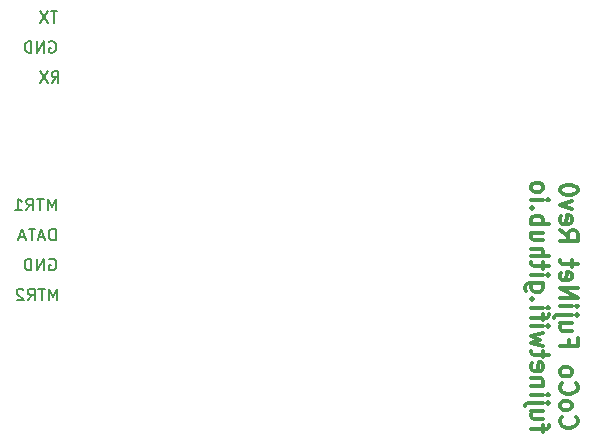
<source format=gbr>
%TF.GenerationSoftware,KiCad,Pcbnew,7.0.9*%
%TF.CreationDate,2024-01-11T23:07:38-06:00*%
%TF.ProjectId,CoCo-FujiNet-Rev0,436f436f-2d46-4756-9a69-4e65742d5265,rev?*%
%TF.SameCoordinates,Original*%
%TF.FileFunction,Legend,Bot*%
%TF.FilePolarity,Positive*%
%FSLAX46Y46*%
G04 Gerber Fmt 4.6, Leading zero omitted, Abs format (unit mm)*
G04 Created by KiCad (PCBNEW 7.0.9) date 2024-01-11 23:07:38*
%MOMM*%
%LPD*%
G01*
G04 APERTURE LIST*
%ADD10C,0.300000*%
%ADD11C,0.150000*%
G04 APERTURE END LIST*
D10*
X172048028Y-103718142D02*
X171976600Y-103789570D01*
X171976600Y-103789570D02*
X171905171Y-104003856D01*
X171905171Y-104003856D02*
X171905171Y-104146713D01*
X171905171Y-104146713D02*
X171976600Y-104360999D01*
X171976600Y-104360999D02*
X172119457Y-104503856D01*
X172119457Y-104503856D02*
X172262314Y-104575285D01*
X172262314Y-104575285D02*
X172548028Y-104646713D01*
X172548028Y-104646713D02*
X172762314Y-104646713D01*
X172762314Y-104646713D02*
X173048028Y-104575285D01*
X173048028Y-104575285D02*
X173190885Y-104503856D01*
X173190885Y-104503856D02*
X173333742Y-104360999D01*
X173333742Y-104360999D02*
X173405171Y-104146713D01*
X173405171Y-104146713D02*
X173405171Y-104003856D01*
X173405171Y-104003856D02*
X173333742Y-103789570D01*
X173333742Y-103789570D02*
X173262314Y-103718142D01*
X171905171Y-102860999D02*
X171976600Y-103003856D01*
X171976600Y-103003856D02*
X172048028Y-103075285D01*
X172048028Y-103075285D02*
X172190885Y-103146713D01*
X172190885Y-103146713D02*
X172619457Y-103146713D01*
X172619457Y-103146713D02*
X172762314Y-103075285D01*
X172762314Y-103075285D02*
X172833742Y-103003856D01*
X172833742Y-103003856D02*
X172905171Y-102860999D01*
X172905171Y-102860999D02*
X172905171Y-102646713D01*
X172905171Y-102646713D02*
X172833742Y-102503856D01*
X172833742Y-102503856D02*
X172762314Y-102432428D01*
X172762314Y-102432428D02*
X172619457Y-102360999D01*
X172619457Y-102360999D02*
X172190885Y-102360999D01*
X172190885Y-102360999D02*
X172048028Y-102432428D01*
X172048028Y-102432428D02*
X171976600Y-102503856D01*
X171976600Y-102503856D02*
X171905171Y-102646713D01*
X171905171Y-102646713D02*
X171905171Y-102860999D01*
X172048028Y-100860999D02*
X171976600Y-100932427D01*
X171976600Y-100932427D02*
X171905171Y-101146713D01*
X171905171Y-101146713D02*
X171905171Y-101289570D01*
X171905171Y-101289570D02*
X171976600Y-101503856D01*
X171976600Y-101503856D02*
X172119457Y-101646713D01*
X172119457Y-101646713D02*
X172262314Y-101718142D01*
X172262314Y-101718142D02*
X172548028Y-101789570D01*
X172548028Y-101789570D02*
X172762314Y-101789570D01*
X172762314Y-101789570D02*
X173048028Y-101718142D01*
X173048028Y-101718142D02*
X173190885Y-101646713D01*
X173190885Y-101646713D02*
X173333742Y-101503856D01*
X173333742Y-101503856D02*
X173405171Y-101289570D01*
X173405171Y-101289570D02*
X173405171Y-101146713D01*
X173405171Y-101146713D02*
X173333742Y-100932427D01*
X173333742Y-100932427D02*
X173262314Y-100860999D01*
X171905171Y-100003856D02*
X171976600Y-100146713D01*
X171976600Y-100146713D02*
X172048028Y-100218142D01*
X172048028Y-100218142D02*
X172190885Y-100289570D01*
X172190885Y-100289570D02*
X172619457Y-100289570D01*
X172619457Y-100289570D02*
X172762314Y-100218142D01*
X172762314Y-100218142D02*
X172833742Y-100146713D01*
X172833742Y-100146713D02*
X172905171Y-100003856D01*
X172905171Y-100003856D02*
X172905171Y-99789570D01*
X172905171Y-99789570D02*
X172833742Y-99646713D01*
X172833742Y-99646713D02*
X172762314Y-99575285D01*
X172762314Y-99575285D02*
X172619457Y-99503856D01*
X172619457Y-99503856D02*
X172190885Y-99503856D01*
X172190885Y-99503856D02*
X172048028Y-99575285D01*
X172048028Y-99575285D02*
X171976600Y-99646713D01*
X171976600Y-99646713D02*
X171905171Y-99789570D01*
X171905171Y-99789570D02*
X171905171Y-100003856D01*
X172690885Y-97218142D02*
X172690885Y-97718142D01*
X171905171Y-97718142D02*
X173405171Y-97718142D01*
X173405171Y-97718142D02*
X173405171Y-97003856D01*
X172905171Y-95789571D02*
X171905171Y-95789571D01*
X172905171Y-96432428D02*
X172119457Y-96432428D01*
X172119457Y-96432428D02*
X171976600Y-96360999D01*
X171976600Y-96360999D02*
X171905171Y-96218142D01*
X171905171Y-96218142D02*
X171905171Y-96003856D01*
X171905171Y-96003856D02*
X171976600Y-95860999D01*
X171976600Y-95860999D02*
X172048028Y-95789571D01*
X172905171Y-95075285D02*
X171619457Y-95075285D01*
X171619457Y-95075285D02*
X171476600Y-95146713D01*
X171476600Y-95146713D02*
X171405171Y-95289570D01*
X171405171Y-95289570D02*
X171405171Y-95360999D01*
X173405171Y-95075285D02*
X173333742Y-95146713D01*
X173333742Y-95146713D02*
X173262314Y-95075285D01*
X173262314Y-95075285D02*
X173333742Y-95003856D01*
X173333742Y-95003856D02*
X173405171Y-95075285D01*
X173405171Y-95075285D02*
X173262314Y-95075285D01*
X171905171Y-94360999D02*
X172905171Y-94360999D01*
X173405171Y-94360999D02*
X173333742Y-94432427D01*
X173333742Y-94432427D02*
X173262314Y-94360999D01*
X173262314Y-94360999D02*
X173333742Y-94289570D01*
X173333742Y-94289570D02*
X173405171Y-94360999D01*
X173405171Y-94360999D02*
X173262314Y-94360999D01*
X171905171Y-93646713D02*
X173405171Y-93646713D01*
X173405171Y-93646713D02*
X171905171Y-92789570D01*
X171905171Y-92789570D02*
X173405171Y-92789570D01*
X171976600Y-91503855D02*
X171905171Y-91646712D01*
X171905171Y-91646712D02*
X171905171Y-91932427D01*
X171905171Y-91932427D02*
X171976600Y-92075284D01*
X171976600Y-92075284D02*
X172119457Y-92146712D01*
X172119457Y-92146712D02*
X172690885Y-92146712D01*
X172690885Y-92146712D02*
X172833742Y-92075284D01*
X172833742Y-92075284D02*
X172905171Y-91932427D01*
X172905171Y-91932427D02*
X172905171Y-91646712D01*
X172905171Y-91646712D02*
X172833742Y-91503855D01*
X172833742Y-91503855D02*
X172690885Y-91432427D01*
X172690885Y-91432427D02*
X172548028Y-91432427D01*
X172548028Y-91432427D02*
X172405171Y-92146712D01*
X172905171Y-91003855D02*
X172905171Y-90432427D01*
X173405171Y-90789570D02*
X172119457Y-90789570D01*
X172119457Y-90789570D02*
X171976600Y-90718141D01*
X171976600Y-90718141D02*
X171905171Y-90575284D01*
X171905171Y-90575284D02*
X171905171Y-90432427D01*
X171905171Y-87932427D02*
X172619457Y-88432427D01*
X171905171Y-88789570D02*
X173405171Y-88789570D01*
X173405171Y-88789570D02*
X173405171Y-88218141D01*
X173405171Y-88218141D02*
X173333742Y-88075284D01*
X173333742Y-88075284D02*
X173262314Y-88003855D01*
X173262314Y-88003855D02*
X173119457Y-87932427D01*
X173119457Y-87932427D02*
X172905171Y-87932427D01*
X172905171Y-87932427D02*
X172762314Y-88003855D01*
X172762314Y-88003855D02*
X172690885Y-88075284D01*
X172690885Y-88075284D02*
X172619457Y-88218141D01*
X172619457Y-88218141D02*
X172619457Y-88789570D01*
X171976600Y-86718141D02*
X171905171Y-86860998D01*
X171905171Y-86860998D02*
X171905171Y-87146713D01*
X171905171Y-87146713D02*
X171976600Y-87289570D01*
X171976600Y-87289570D02*
X172119457Y-87360998D01*
X172119457Y-87360998D02*
X172690885Y-87360998D01*
X172690885Y-87360998D02*
X172833742Y-87289570D01*
X172833742Y-87289570D02*
X172905171Y-87146713D01*
X172905171Y-87146713D02*
X172905171Y-86860998D01*
X172905171Y-86860998D02*
X172833742Y-86718141D01*
X172833742Y-86718141D02*
X172690885Y-86646713D01*
X172690885Y-86646713D02*
X172548028Y-86646713D01*
X172548028Y-86646713D02*
X172405171Y-87360998D01*
X172905171Y-86146713D02*
X171905171Y-85789570D01*
X171905171Y-85789570D02*
X172905171Y-85432427D01*
X173405171Y-84575284D02*
X173405171Y-84432427D01*
X173405171Y-84432427D02*
X173333742Y-84289570D01*
X173333742Y-84289570D02*
X173262314Y-84218142D01*
X173262314Y-84218142D02*
X173119457Y-84146713D01*
X173119457Y-84146713D02*
X172833742Y-84075284D01*
X172833742Y-84075284D02*
X172476600Y-84075284D01*
X172476600Y-84075284D02*
X172190885Y-84146713D01*
X172190885Y-84146713D02*
X172048028Y-84218142D01*
X172048028Y-84218142D02*
X171976600Y-84289570D01*
X171976600Y-84289570D02*
X171905171Y-84432427D01*
X171905171Y-84432427D02*
X171905171Y-84575284D01*
X171905171Y-84575284D02*
X171976600Y-84718142D01*
X171976600Y-84718142D02*
X172048028Y-84789570D01*
X172048028Y-84789570D02*
X172190885Y-84860999D01*
X172190885Y-84860999D02*
X172476600Y-84932427D01*
X172476600Y-84932427D02*
X172833742Y-84932427D01*
X172833742Y-84932427D02*
X173119457Y-84860999D01*
X173119457Y-84860999D02*
X173262314Y-84789570D01*
X173262314Y-84789570D02*
X173333742Y-84718142D01*
X173333742Y-84718142D02*
X173405171Y-84575284D01*
X170490171Y-104968144D02*
X170490171Y-104396716D01*
X169490171Y-104753859D02*
X170775885Y-104753859D01*
X170775885Y-104753859D02*
X170918742Y-104682430D01*
X170918742Y-104682430D02*
X170990171Y-104539573D01*
X170990171Y-104539573D02*
X170990171Y-104396716D01*
X170490171Y-103253859D02*
X169490171Y-103253859D01*
X170490171Y-103896716D02*
X169704457Y-103896716D01*
X169704457Y-103896716D02*
X169561600Y-103825287D01*
X169561600Y-103825287D02*
X169490171Y-103682430D01*
X169490171Y-103682430D02*
X169490171Y-103468144D01*
X169490171Y-103468144D02*
X169561600Y-103325287D01*
X169561600Y-103325287D02*
X169633028Y-103253859D01*
X170490171Y-102539573D02*
X169204457Y-102539573D01*
X169204457Y-102539573D02*
X169061600Y-102611001D01*
X169061600Y-102611001D02*
X168990171Y-102753858D01*
X168990171Y-102753858D02*
X168990171Y-102825287D01*
X170990171Y-102539573D02*
X170918742Y-102611001D01*
X170918742Y-102611001D02*
X170847314Y-102539573D01*
X170847314Y-102539573D02*
X170918742Y-102468144D01*
X170918742Y-102468144D02*
X170990171Y-102539573D01*
X170990171Y-102539573D02*
X170847314Y-102539573D01*
X169490171Y-101825287D02*
X170490171Y-101825287D01*
X170990171Y-101825287D02*
X170918742Y-101896715D01*
X170918742Y-101896715D02*
X170847314Y-101825287D01*
X170847314Y-101825287D02*
X170918742Y-101753858D01*
X170918742Y-101753858D02*
X170990171Y-101825287D01*
X170990171Y-101825287D02*
X170847314Y-101825287D01*
X170490171Y-101111001D02*
X169490171Y-101111001D01*
X170347314Y-101111001D02*
X170418742Y-101039572D01*
X170418742Y-101039572D02*
X170490171Y-100896715D01*
X170490171Y-100896715D02*
X170490171Y-100682429D01*
X170490171Y-100682429D02*
X170418742Y-100539572D01*
X170418742Y-100539572D02*
X170275885Y-100468144D01*
X170275885Y-100468144D02*
X169490171Y-100468144D01*
X169561600Y-99182429D02*
X169490171Y-99325286D01*
X169490171Y-99325286D02*
X169490171Y-99611001D01*
X169490171Y-99611001D02*
X169561600Y-99753858D01*
X169561600Y-99753858D02*
X169704457Y-99825286D01*
X169704457Y-99825286D02*
X170275885Y-99825286D01*
X170275885Y-99825286D02*
X170418742Y-99753858D01*
X170418742Y-99753858D02*
X170490171Y-99611001D01*
X170490171Y-99611001D02*
X170490171Y-99325286D01*
X170490171Y-99325286D02*
X170418742Y-99182429D01*
X170418742Y-99182429D02*
X170275885Y-99111001D01*
X170275885Y-99111001D02*
X170133028Y-99111001D01*
X170133028Y-99111001D02*
X169990171Y-99825286D01*
X170490171Y-98682429D02*
X170490171Y-98111001D01*
X170990171Y-98468144D02*
X169704457Y-98468144D01*
X169704457Y-98468144D02*
X169561600Y-98396715D01*
X169561600Y-98396715D02*
X169490171Y-98253858D01*
X169490171Y-98253858D02*
X169490171Y-98111001D01*
X170490171Y-97753858D02*
X169490171Y-97468144D01*
X169490171Y-97468144D02*
X170204457Y-97182429D01*
X170204457Y-97182429D02*
X169490171Y-96896715D01*
X169490171Y-96896715D02*
X170490171Y-96611001D01*
X169490171Y-96039572D02*
X170490171Y-96039572D01*
X170990171Y-96039572D02*
X170918742Y-96111000D01*
X170918742Y-96111000D02*
X170847314Y-96039572D01*
X170847314Y-96039572D02*
X170918742Y-95968143D01*
X170918742Y-95968143D02*
X170990171Y-96039572D01*
X170990171Y-96039572D02*
X170847314Y-96039572D01*
X170490171Y-95539571D02*
X170490171Y-94968143D01*
X169490171Y-95325286D02*
X170775885Y-95325286D01*
X170775885Y-95325286D02*
X170918742Y-95253857D01*
X170918742Y-95253857D02*
X170990171Y-95111000D01*
X170990171Y-95111000D02*
X170990171Y-94968143D01*
X169490171Y-94468143D02*
X170490171Y-94468143D01*
X170990171Y-94468143D02*
X170918742Y-94539571D01*
X170918742Y-94539571D02*
X170847314Y-94468143D01*
X170847314Y-94468143D02*
X170918742Y-94396714D01*
X170918742Y-94396714D02*
X170990171Y-94468143D01*
X170990171Y-94468143D02*
X170847314Y-94468143D01*
X169633028Y-93753857D02*
X169561600Y-93682428D01*
X169561600Y-93682428D02*
X169490171Y-93753857D01*
X169490171Y-93753857D02*
X169561600Y-93825285D01*
X169561600Y-93825285D02*
X169633028Y-93753857D01*
X169633028Y-93753857D02*
X169490171Y-93753857D01*
X170490171Y-92396714D02*
X169275885Y-92396714D01*
X169275885Y-92396714D02*
X169133028Y-92468142D01*
X169133028Y-92468142D02*
X169061600Y-92539571D01*
X169061600Y-92539571D02*
X168990171Y-92682428D01*
X168990171Y-92682428D02*
X168990171Y-92896714D01*
X168990171Y-92896714D02*
X169061600Y-93039571D01*
X169561600Y-92396714D02*
X169490171Y-92539571D01*
X169490171Y-92539571D02*
X169490171Y-92825285D01*
X169490171Y-92825285D02*
X169561600Y-92968142D01*
X169561600Y-92968142D02*
X169633028Y-93039571D01*
X169633028Y-93039571D02*
X169775885Y-93110999D01*
X169775885Y-93110999D02*
X170204457Y-93110999D01*
X170204457Y-93110999D02*
X170347314Y-93039571D01*
X170347314Y-93039571D02*
X170418742Y-92968142D01*
X170418742Y-92968142D02*
X170490171Y-92825285D01*
X170490171Y-92825285D02*
X170490171Y-92539571D01*
X170490171Y-92539571D02*
X170418742Y-92396714D01*
X169490171Y-91682428D02*
X170490171Y-91682428D01*
X170990171Y-91682428D02*
X170918742Y-91753856D01*
X170918742Y-91753856D02*
X170847314Y-91682428D01*
X170847314Y-91682428D02*
X170918742Y-91610999D01*
X170918742Y-91610999D02*
X170990171Y-91682428D01*
X170990171Y-91682428D02*
X170847314Y-91682428D01*
X170490171Y-91182427D02*
X170490171Y-90610999D01*
X170990171Y-90968142D02*
X169704457Y-90968142D01*
X169704457Y-90968142D02*
X169561600Y-90896713D01*
X169561600Y-90896713D02*
X169490171Y-90753856D01*
X169490171Y-90753856D02*
X169490171Y-90610999D01*
X169490171Y-90110999D02*
X170990171Y-90110999D01*
X169490171Y-89468142D02*
X170275885Y-89468142D01*
X170275885Y-89468142D02*
X170418742Y-89539570D01*
X170418742Y-89539570D02*
X170490171Y-89682427D01*
X170490171Y-89682427D02*
X170490171Y-89896713D01*
X170490171Y-89896713D02*
X170418742Y-90039570D01*
X170418742Y-90039570D02*
X170347314Y-90110999D01*
X170490171Y-88110999D02*
X169490171Y-88110999D01*
X170490171Y-88753856D02*
X169704457Y-88753856D01*
X169704457Y-88753856D02*
X169561600Y-88682427D01*
X169561600Y-88682427D02*
X169490171Y-88539570D01*
X169490171Y-88539570D02*
X169490171Y-88325284D01*
X169490171Y-88325284D02*
X169561600Y-88182427D01*
X169561600Y-88182427D02*
X169633028Y-88110999D01*
X169490171Y-87396713D02*
X170990171Y-87396713D01*
X170418742Y-87396713D02*
X170490171Y-87253856D01*
X170490171Y-87253856D02*
X170490171Y-86968141D01*
X170490171Y-86968141D02*
X170418742Y-86825284D01*
X170418742Y-86825284D02*
X170347314Y-86753856D01*
X170347314Y-86753856D02*
X170204457Y-86682427D01*
X170204457Y-86682427D02*
X169775885Y-86682427D01*
X169775885Y-86682427D02*
X169633028Y-86753856D01*
X169633028Y-86753856D02*
X169561600Y-86825284D01*
X169561600Y-86825284D02*
X169490171Y-86968141D01*
X169490171Y-86968141D02*
X169490171Y-87253856D01*
X169490171Y-87253856D02*
X169561600Y-87396713D01*
X169633028Y-86039570D02*
X169561600Y-85968141D01*
X169561600Y-85968141D02*
X169490171Y-86039570D01*
X169490171Y-86039570D02*
X169561600Y-86110998D01*
X169561600Y-86110998D02*
X169633028Y-86039570D01*
X169633028Y-86039570D02*
X169490171Y-86039570D01*
X169490171Y-85325284D02*
X170490171Y-85325284D01*
X170990171Y-85325284D02*
X170918742Y-85396712D01*
X170918742Y-85396712D02*
X170847314Y-85325284D01*
X170847314Y-85325284D02*
X170918742Y-85253855D01*
X170918742Y-85253855D02*
X170990171Y-85325284D01*
X170990171Y-85325284D02*
X170847314Y-85325284D01*
X169490171Y-84396712D02*
X169561600Y-84539569D01*
X169561600Y-84539569D02*
X169633028Y-84610998D01*
X169633028Y-84610998D02*
X169775885Y-84682426D01*
X169775885Y-84682426D02*
X170204457Y-84682426D01*
X170204457Y-84682426D02*
X170347314Y-84610998D01*
X170347314Y-84610998D02*
X170418742Y-84539569D01*
X170418742Y-84539569D02*
X170490171Y-84396712D01*
X170490171Y-84396712D02*
X170490171Y-84182426D01*
X170490171Y-84182426D02*
X170418742Y-84039569D01*
X170418742Y-84039569D02*
X170347314Y-83968141D01*
X170347314Y-83968141D02*
X170204457Y-83896712D01*
X170204457Y-83896712D02*
X169775885Y-83896712D01*
X169775885Y-83896712D02*
X169633028Y-83968141D01*
X169633028Y-83968141D02*
X169561600Y-84039569D01*
X169561600Y-84039569D02*
X169490171Y-84182426D01*
X169490171Y-84182426D02*
X169490171Y-84396712D01*
D11*
X129330220Y-93849819D02*
X129330220Y-92849819D01*
X129330220Y-92849819D02*
X128996887Y-93564104D01*
X128996887Y-93564104D02*
X128663554Y-92849819D01*
X128663554Y-92849819D02*
X128663554Y-93849819D01*
X128330220Y-92849819D02*
X127758792Y-92849819D01*
X128044506Y-93849819D02*
X128044506Y-92849819D01*
X126854030Y-93849819D02*
X127187363Y-93373628D01*
X127425458Y-93849819D02*
X127425458Y-92849819D01*
X127425458Y-92849819D02*
X127044506Y-92849819D01*
X127044506Y-92849819D02*
X126949268Y-92897438D01*
X126949268Y-92897438D02*
X126901649Y-92945057D01*
X126901649Y-92945057D02*
X126854030Y-93040295D01*
X126854030Y-93040295D02*
X126854030Y-93183152D01*
X126854030Y-93183152D02*
X126901649Y-93278390D01*
X126901649Y-93278390D02*
X126949268Y-93326009D01*
X126949268Y-93326009D02*
X127044506Y-93373628D01*
X127044506Y-93373628D02*
X127425458Y-93373628D01*
X126473077Y-92945057D02*
X126425458Y-92897438D01*
X126425458Y-92897438D02*
X126330220Y-92849819D01*
X126330220Y-92849819D02*
X126092125Y-92849819D01*
X126092125Y-92849819D02*
X125996887Y-92897438D01*
X125996887Y-92897438D02*
X125949268Y-92945057D01*
X125949268Y-92945057D02*
X125901649Y-93040295D01*
X125901649Y-93040295D02*
X125901649Y-93135533D01*
X125901649Y-93135533D02*
X125949268Y-93278390D01*
X125949268Y-93278390D02*
X126520696Y-93849819D01*
X126520696Y-93849819D02*
X125901649Y-93849819D01*
X128679411Y-90357438D02*
X128774649Y-90309819D01*
X128774649Y-90309819D02*
X128917506Y-90309819D01*
X128917506Y-90309819D02*
X129060363Y-90357438D01*
X129060363Y-90357438D02*
X129155601Y-90452676D01*
X129155601Y-90452676D02*
X129203220Y-90547914D01*
X129203220Y-90547914D02*
X129250839Y-90738390D01*
X129250839Y-90738390D02*
X129250839Y-90881247D01*
X129250839Y-90881247D02*
X129203220Y-91071723D01*
X129203220Y-91071723D02*
X129155601Y-91166961D01*
X129155601Y-91166961D02*
X129060363Y-91262200D01*
X129060363Y-91262200D02*
X128917506Y-91309819D01*
X128917506Y-91309819D02*
X128822268Y-91309819D01*
X128822268Y-91309819D02*
X128679411Y-91262200D01*
X128679411Y-91262200D02*
X128631792Y-91214580D01*
X128631792Y-91214580D02*
X128631792Y-90881247D01*
X128631792Y-90881247D02*
X128822268Y-90881247D01*
X128203220Y-91309819D02*
X128203220Y-90309819D01*
X128203220Y-90309819D02*
X127631792Y-91309819D01*
X127631792Y-91309819D02*
X127631792Y-90309819D01*
X127155601Y-91309819D02*
X127155601Y-90309819D01*
X127155601Y-90309819D02*
X126917506Y-90309819D01*
X126917506Y-90309819D02*
X126774649Y-90357438D01*
X126774649Y-90357438D02*
X126679411Y-90452676D01*
X126679411Y-90452676D02*
X126631792Y-90547914D01*
X126631792Y-90547914D02*
X126584173Y-90738390D01*
X126584173Y-90738390D02*
X126584173Y-90881247D01*
X126584173Y-90881247D02*
X126631792Y-91071723D01*
X126631792Y-91071723D02*
X126679411Y-91166961D01*
X126679411Y-91166961D02*
X126774649Y-91262200D01*
X126774649Y-91262200D02*
X126917506Y-91309819D01*
X126917506Y-91309819D02*
X127155601Y-91309819D01*
X129203220Y-88769819D02*
X129203220Y-87769819D01*
X129203220Y-87769819D02*
X128965125Y-87769819D01*
X128965125Y-87769819D02*
X128822268Y-87817438D01*
X128822268Y-87817438D02*
X128727030Y-87912676D01*
X128727030Y-87912676D02*
X128679411Y-88007914D01*
X128679411Y-88007914D02*
X128631792Y-88198390D01*
X128631792Y-88198390D02*
X128631792Y-88341247D01*
X128631792Y-88341247D02*
X128679411Y-88531723D01*
X128679411Y-88531723D02*
X128727030Y-88626961D01*
X128727030Y-88626961D02*
X128822268Y-88722200D01*
X128822268Y-88722200D02*
X128965125Y-88769819D01*
X128965125Y-88769819D02*
X129203220Y-88769819D01*
X128250839Y-88484104D02*
X127774649Y-88484104D01*
X128346077Y-88769819D02*
X128012744Y-87769819D01*
X128012744Y-87769819D02*
X127679411Y-88769819D01*
X127488934Y-87769819D02*
X126917506Y-87769819D01*
X127203220Y-88769819D02*
X127203220Y-87769819D01*
X126631791Y-88484104D02*
X126155601Y-88484104D01*
X126727029Y-88769819D02*
X126393696Y-87769819D01*
X126393696Y-87769819D02*
X126060363Y-88769819D01*
X129203220Y-86229819D02*
X129203220Y-85229819D01*
X129203220Y-85229819D02*
X128869887Y-85944104D01*
X128869887Y-85944104D02*
X128536554Y-85229819D01*
X128536554Y-85229819D02*
X128536554Y-86229819D01*
X128203220Y-85229819D02*
X127631792Y-85229819D01*
X127917506Y-86229819D02*
X127917506Y-85229819D01*
X126727030Y-86229819D02*
X127060363Y-85753628D01*
X127298458Y-86229819D02*
X127298458Y-85229819D01*
X127298458Y-85229819D02*
X126917506Y-85229819D01*
X126917506Y-85229819D02*
X126822268Y-85277438D01*
X126822268Y-85277438D02*
X126774649Y-85325057D01*
X126774649Y-85325057D02*
X126727030Y-85420295D01*
X126727030Y-85420295D02*
X126727030Y-85563152D01*
X126727030Y-85563152D02*
X126774649Y-85658390D01*
X126774649Y-85658390D02*
X126822268Y-85706009D01*
X126822268Y-85706009D02*
X126917506Y-85753628D01*
X126917506Y-85753628D02*
X127298458Y-85753628D01*
X125774649Y-86229819D02*
X126346077Y-86229819D01*
X126060363Y-86229819D02*
X126060363Y-85229819D01*
X126060363Y-85229819D02*
X126155601Y-85372676D01*
X126155601Y-85372676D02*
X126250839Y-85467914D01*
X126250839Y-85467914D02*
X126346077Y-85515533D01*
X128876541Y-75434819D02*
X129209874Y-74958628D01*
X129447969Y-75434819D02*
X129447969Y-74434819D01*
X129447969Y-74434819D02*
X129067017Y-74434819D01*
X129067017Y-74434819D02*
X128971779Y-74482438D01*
X128971779Y-74482438D02*
X128924160Y-74530057D01*
X128924160Y-74530057D02*
X128876541Y-74625295D01*
X128876541Y-74625295D02*
X128876541Y-74768152D01*
X128876541Y-74768152D02*
X128924160Y-74863390D01*
X128924160Y-74863390D02*
X128971779Y-74911009D01*
X128971779Y-74911009D02*
X129067017Y-74958628D01*
X129067017Y-74958628D02*
X129447969Y-74958628D01*
X128543207Y-74434819D02*
X127876541Y-75434819D01*
X127876541Y-74434819D02*
X128543207Y-75434819D01*
X128679411Y-71942438D02*
X128774649Y-71894819D01*
X128774649Y-71894819D02*
X128917506Y-71894819D01*
X128917506Y-71894819D02*
X129060363Y-71942438D01*
X129060363Y-71942438D02*
X129155601Y-72037676D01*
X129155601Y-72037676D02*
X129203220Y-72132914D01*
X129203220Y-72132914D02*
X129250839Y-72323390D01*
X129250839Y-72323390D02*
X129250839Y-72466247D01*
X129250839Y-72466247D02*
X129203220Y-72656723D01*
X129203220Y-72656723D02*
X129155601Y-72751961D01*
X129155601Y-72751961D02*
X129060363Y-72847200D01*
X129060363Y-72847200D02*
X128917506Y-72894819D01*
X128917506Y-72894819D02*
X128822268Y-72894819D01*
X128822268Y-72894819D02*
X128679411Y-72847200D01*
X128679411Y-72847200D02*
X128631792Y-72799580D01*
X128631792Y-72799580D02*
X128631792Y-72466247D01*
X128631792Y-72466247D02*
X128822268Y-72466247D01*
X128203220Y-72894819D02*
X128203220Y-71894819D01*
X128203220Y-71894819D02*
X127631792Y-72894819D01*
X127631792Y-72894819D02*
X127631792Y-71894819D01*
X127155601Y-72894819D02*
X127155601Y-71894819D01*
X127155601Y-71894819D02*
X126917506Y-71894819D01*
X126917506Y-71894819D02*
X126774649Y-71942438D01*
X126774649Y-71942438D02*
X126679411Y-72037676D01*
X126679411Y-72037676D02*
X126631792Y-72132914D01*
X126631792Y-72132914D02*
X126584173Y-72323390D01*
X126584173Y-72323390D02*
X126584173Y-72466247D01*
X126584173Y-72466247D02*
X126631792Y-72656723D01*
X126631792Y-72656723D02*
X126679411Y-72751961D01*
X126679411Y-72751961D02*
X126774649Y-72847200D01*
X126774649Y-72847200D02*
X126917506Y-72894819D01*
X126917506Y-72894819D02*
X127155601Y-72894819D01*
X129352731Y-69354819D02*
X128781303Y-69354819D01*
X129067017Y-70354819D02*
X129067017Y-69354819D01*
X128543207Y-69354819D02*
X127876541Y-70354819D01*
X127876541Y-69354819D02*
X128543207Y-70354819D01*
M02*

</source>
